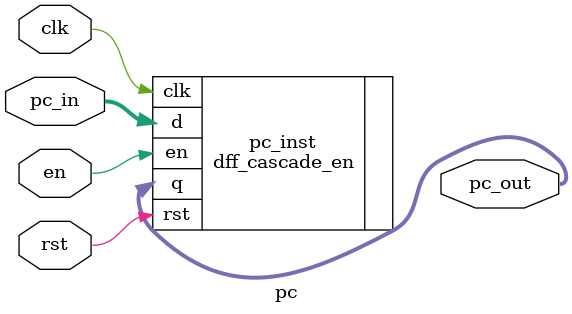
<source format=v>

module pc (pc_out, clk, rst,en, pc_in );

   input clk;
   input rst;
   input en;

   input [15:0] pc_in;
   output [15:0] pc_out;

 

dff_cascade_en pc_inst ( .d(pc_in), .clk(clk), .en(en),.rst(rst), .q(pc_out)); 

endmodule 


</source>
